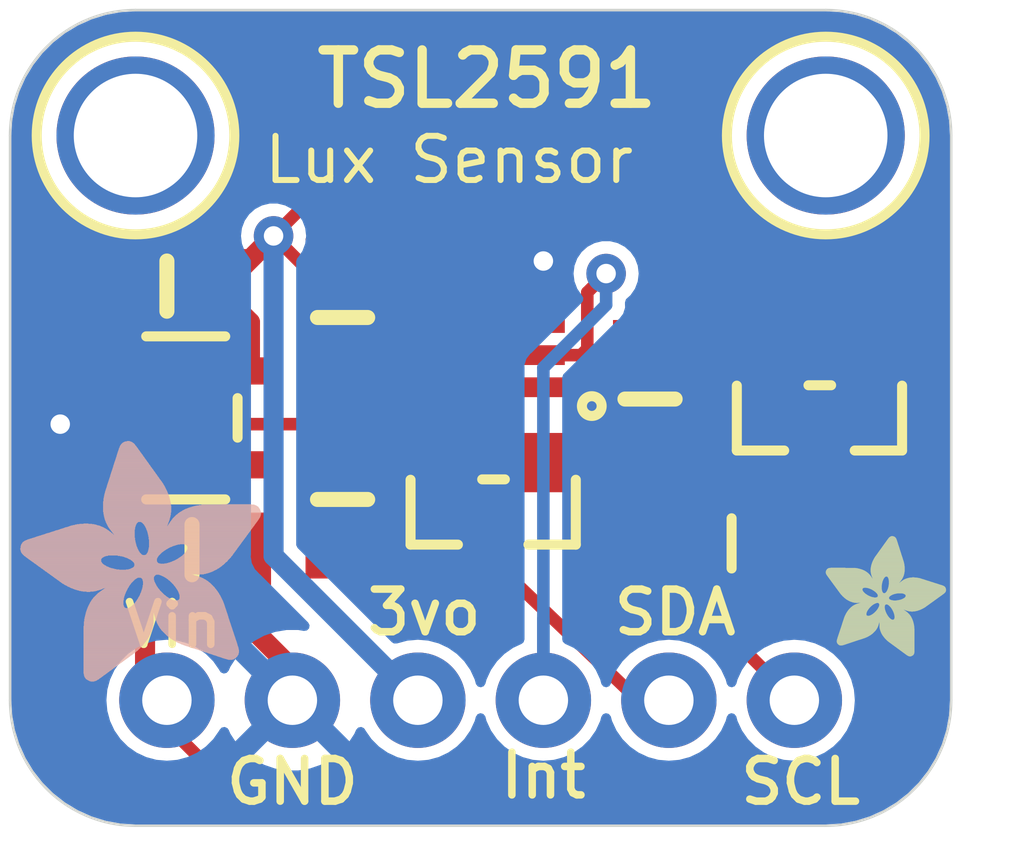
<source format=kicad_pcb>
(kicad_pcb (version 20221018) (generator pcbnew)
  (layers (0 "F.Cu" signal) (31 "B.Cu" signal) (34 "B.Paste" user) (35 "F.Paste" user) (36 "B.SilkS" user "B.Silkscreen") (37 "F.SilkS" user "F.Silkscreen") (38 "B.Mask" user) (39 "F.Mask" user) (44 "Edge.Cuts" user))
  (net 0 "")
  (net 1 "3.3V")
  (net 2 "GND")
  (net 3 "SCL_3V")
  (net 4 "VIN")
  (net 5 "SDA")
  (net 6 "SCL")
  (net 7 "SDA_3V")
  (net 8 "INT")
  (footprint "working:0805-NO" (layer "F.Cu") (at 142.6591 107.6706)
    (fp_text reference "C2" hide)
    (fp_text value "10uF" hide)
    (pad "1" smd rect (at -0.95 0) (size 1.3 1.5) (layers "F.Cu" "F.Paste" "F.Mask") (net 4 "VIN"))
    (pad "2" smd rect (at 0.95 0) (size 1.3 1.5) (layers "F.Cu" "F.Paste" "F.Mask") (net 2 "GND"))
  )
  (footprint "working:SOT23-WIDE" (layer "F.Cu") (at 148.7551 106.9086 180)
    (fp_text reference "Q1" hide)
    (fp_text value "BSS138" hide)
    (pad "1" smd rect (at -0.95 1 180) (size 1 1.2) (layers "F.Cu" "F.Paste" "F.Mask") (net 1 "3.3V"))
    (pad "2" smd rect (at 0.95 1 180) (size 1 1.2) (layers "F.Cu" "F.Paste" "F.Mask") (net 7 "SDA_3V"))
    (pad "3" smd rect (at 0 -1 180) (size 1 1.2) (layers "F.Cu" "F.Paste" "F.Mask") (net 5 "SDA"))
  )
  (footprint "working:SOT23-5" (layer "F.Cu") (at 142.5321 105.0036 -90)
    (fp_text reference "U2" hide)
    (fp_text value "MIC5225-3.3" hide)
    (pad "1" smd rect (at -0.95 1.3001 270) (size 0.55 1.2) (layers "F.Cu" "F.Paste" "F.Mask") (net 4 "VIN"))
    (pad "2" smd rect (at 0 1.3001 270) (size 0.55 1.2) (layers "F.Cu" "F.Paste" "F.Mask") (net 2 "GND"))
    (pad "3" smd rect (at 0.95 1.3001 270) (size 0.55 1.2) (layers "F.Cu" "F.Paste" "F.Mask") (net 4 "VIN"))
    (pad "4" smd rect (at 0.95 -1.3001 270) (size 0.55 1.2) (layers "F.Cu" "F.Paste" "F.Mask"))
    (pad "5" smd rect (at -0.95 -1.3001 270) (size 0.55 1.2) (layers "F.Cu" "F.Paste" "F.Mask") (net 1 "3.3V"))
  )
  (footprint "working:ADAFRUIT_2.5MM" (layer "F.Cu") (at 155.4861 109.8296)
    (fp_text reference "U$15" hide)
    (fp_text value "" hide)
  )
  (footprint "working:MOUNTINGHOLE_2.5_PLATED" (layer "F.Cu") (at 155.4861 99.2886)
    (fp_text reference "U$19" hide)
    (fp_text value "MOUNTINGHOLE2.5" hide)
    (pad "P$1" thru_hole circle (at 0 0) (size 3.2 3.2) (drill 2.5) (layers "*.Cu" "*.Mask"))
    (zone (net 0) (net_name "") (layer "B.Cu") (connect_pads (clearance 0)) (min_thickness 0.25)
      (keepout (tracks not_allowed) (vias not_allowed) (pads not_allowed) (copperpour not_allowed) (footprints allowed))
      (fill (thermal_gap 0.5) (thermal_bridge_width 0.5))
      (polygon (pts (xy 157.5021 99.2886) (xy 157.48248 99.008027) (xy 157.424004 98.732915) (xy 157.327808 98.468619) (xy 157.195765 98.220283) (xy 157.030446 97.99274) (xy 156.835067 97.79042) (xy 156.613433 97.61726) (xy 156.369856 97.476631) (xy 156.109078 97.37127) (xy 155.836175 97.303228) (xy 155.556457 97.273828) (xy 155.275371 97.283644) (xy 154.998385 97.332484) (xy 154.730893 97.419397) (xy 154.4781 97.542693) (xy 154.244926 97.69997) (xy 154.035911 97.888169) (xy 153.855122 98.103625) (xy 153.706078 98.342145) (xy 153.59168 98.599087) (xy 153.514154 98.86945) (xy 153.475011 99.147971) (xy 153.475011 99.429229) (xy 153.514154 99.70775) (xy 153.59168 99.978113) (xy 153.706078 100.235055) (xy 153.855122 100.473575) (xy 154.035911 100.689031) (xy 154.244926 100.87723) (xy 154.4781 101.034507) (xy 154.730893 101.157803) (xy 154.998385 101.244716) (xy 155.275371 101.293556) (xy 155.556457 101.303372) (xy 155.836175 101.273972) (xy 156.109078 101.20593) (xy 156.369856 101.100569) (xy 156.613433 100.95994) (xy 156.835067 100.78678) (xy 157.030446 100.58446) (xy 157.195765 100.356917) (xy 157.327808 100.108581) (xy 157.424004 99.844285) (xy 157.48248 99.569173)))
      (polygon (pts (xy 155.4701 99.2886) (xy 155.474786 99.299914) (xy 155.4861 99.3046) (xy 155.497414 99.299914) (xy 155.5021 99.2886) (xy 155.497414 99.277286) (xy 155.4861 99.2726) (xy 155.474786 99.277286)))
    )
  )
  (footprint "working:DFN6_TAOS" (layer "F.Cu") (at 148.7551 103.7336 180)
    (fp_text reference "U1" hide)
    (fp_text value "TSL2591" hide)
    (pad "1" smd rect (at -0.8 -0.65 180) (size 1.3 0.4) (layers "F.Cu" "F.Paste" "F.Mask") (net 3 "SCL_3V"))
    (pad "2" smd rect (at -0.8 0 180) (size 1.3 0.4) (layers "F.Cu" "F.Paste" "F.Mask") (net 8 "INT"))
    (pad "3" smd rect (at -0.8 0.65 180) (size 1.3 0.4) (layers "F.Cu" "F.Paste" "F.Mask") (net 2 "GND"))
    (pad "4" smd rect (at 0.8 0.65 180) (size 1.3 0.4) (layers "F.Cu" "F.Paste" "F.Mask"))
    (pad "5" smd rect (at 0.8 0 180) (size 1.3 0.4) (layers "F.Cu" "F.Paste" "F.Mask") (net 1 "3.3V"))
    (pad "6" smd rect (at 0.8 -0.65 180) (size 1.3 0.4) (layers "F.Cu" "F.Paste" "F.Mask") (net 7 "SDA_3V"))
  )
  (footprint "working:FIDUCIAL_1MM" (layer "F.Cu") (at 139.9921 110.0836)
    (fp_text reference "FID2" hide)
    (fp_text value "FIDUCIAL\"\"" hide)
    (pad "1" smd roundrect (at 0 0) (size 1 1) (layers "F.Cu" "F.Mask") (roundrect_rratio 0.5))
  )
  (footprint "working:SOT23-WIDE" (layer "F.Cu") (at 155.3591 105.0036 180)
    (fp_text reference "Q2" hide)
    (fp_text value "BSS138" hide)
    (pad "1" smd rect (at -0.95 1 180) (size 1 1.2) (layers "F.Cu" "F.Paste" "F.Mask") (net 1 "3.3V"))
    (pad "2" smd rect (at 0.95 1 180) (size 1 1.2) (layers "F.Cu" "F.Paste" "F.Mask") (net 3 "SCL_3V"))
    (pad "3" smd rect (at 0 -1 180) (size 1 1.2) (layers "F.Cu" "F.Paste" "F.Mask") (net 6 "SCL"))
  )
  (footprint "working:FIDUCIAL_1MM" (layer "F.Cu") (at 153.0731 101.8286)
    (fp_text reference "FID1" hide)
    (fp_text value "FIDUCIAL\"\"" hide)
    (pad "1" smd roundrect (at 0 0) (size 1 1) (layers "F.Cu" "F.Mask") (roundrect_rratio 0.5))
  )
  (footprint "working:0805-NO" (layer "F.Cu") (at 142.1511 102.3366 180)
    (fp_text reference "C3" hide)
    (fp_text value "10uF" hide)
    (pad "1" smd rect (at -0.95 0 180) (size 1.3 1.5) (layers "F.Cu" "F.Paste" "F.Mask") (net 1 "3.3V"))
    (pad "2" smd rect (at 0.95 0 180) (size 1.3 1.5) (layers "F.Cu" "F.Paste" "F.Mask") (net 2 "GND"))
  )
  (footprint "working:MOUNTINGHOLE_2.5_PLATED" (layer "F.Cu") (at 141.5161 99.2886)
    (fp_text reference "U$18" hide)
    (fp_text value "MOUNTINGHOLE2.5" hide)
    (pad "P$1" thru_hole circle (at 0 0) (size 3.2 3.2) (drill 2.5) (layers "*.Cu" "*.Mask"))
    (zone (net 0) (net_name "") (layer "B.Cu") (connect_pads (clearance 0)) (min_thickness 0.25)
      (keepout (tracks not_allowed) (vias not_allowed) (pads not_allowed) (copperpour not_allowed) (footprints allowed))
      (fill (thermal_gap 0.5) (thermal_bridge_width 0.5))
      (polygon (pts (xy 143.5321 99.2886) (xy 143.51248 99.008027) (xy 143.454004 98.732915) (xy 143.357808 98.468619) (xy 143.225765 98.220283) (xy 143.060446 97.99274) (xy 142.865067 97.79042) (xy 142.643433 97.61726) (xy 142.399856 97.476631) (xy 142.139078 97.37127) (xy 141.866175 97.303228) (xy 141.586457 97.273828) (xy 141.305371 97.283644) (xy 141.028385 97.332484) (xy 140.760893 97.419397) (xy 140.5081 97.542693) (xy 140.274926 97.69997) (xy 140.065911 97.888169) (xy 139.885122 98.103625) (xy 139.736078 98.342145) (xy 139.62168 98.599087) (xy 139.544154 98.86945) (xy 139.505011 99.147971) (xy 139.505011 99.429229) (xy 139.544154 99.70775) (xy 139.62168 99.978113) (xy 139.736078 100.235055) (xy 139.885122 100.473575) (xy 140.065911 100.689031) (xy 140.274926 100.87723) (xy 140.5081 101.034507) (xy 140.760893 101.157803) (xy 141.028385 101.244716) (xy 141.305371 101.293556) (xy 141.586457 101.303372) (xy 141.866175 101.273972) (xy 142.139078 101.20593) (xy 142.399856 101.100569) (xy 142.643433 100.95994) (xy 142.865067 100.78678) (xy 143.060446 100.58446) (xy 143.225765 100.356917) (xy 143.357808 100.108581) (xy 143.454004 99.844285) (xy 143.51248 99.569173)))
      (polygon (pts (xy 141.5001 99.2886) (xy 141.504786 99.299914) (xy 141.5161 99.3046) (xy 141.527414 99.299914) (xy 141.5321 99.2886) (xy 141.527414 99.277286) (xy 141.5161 99.2726) (xy 141.504786 99.277286)))
    )
  )
  (footprint "working:0805-NO" (layer "F.Cu") (at 145.7071 106.6546 90)
    (fp_text reference "R4" hide)
    (fp_text value "10K" hide)
    (pad "1" smd rect (at -0.95 0 90) (size 1.3 1.5) (layers "F.Cu" "F.Paste" "F.Mask") (net 5 "SDA"))
    (pad "2" smd rect (at 0.95 0 90) (size 1.3 1.5) (layers "F.Cu" "F.Paste" "F.Mask") (net 4 "VIN"))
  )
  (footprint "working:0805-NO" (layer "F.Cu") (at 145.7071 102.9716 90)
    (fp_text reference "R2" hide)
    (fp_text value "10K" hide)
    (pad "1" smd rect (at -0.95 0 90) (size 1.3 1.5) (layers "F.Cu" "F.Paste" "F.Mask") (net 7 "SDA_3V"))
    (pad "2" smd rect (at 0.95 0 90) (size 1.3 1.5) (layers "F.Cu" "F.Paste" "F.Mask") (net 1 "3.3V"))
  )
  (footprint "working:1X06_ROUND_FULL_76" (layer "F.Cu") (at 148.5011 110.7186)
    (fp_text reference "JP1" hide)
    (fp_text value "" hide)
    (pad "1" thru_hole circle (at -6.35 0 90) (size 1.9304 1.9304) (drill 1) (layers "*.Cu" "*.Mask") (net 4 "VIN"))
    (pad "2" thru_hole circle (at -3.81 0 90) (size 1.9304 1.9304) (drill 1) (layers "*.Cu" "*.Mask") (net 2 "GND"))
    (pad "3" thru_hole circle (at -1.27 0 90) (size 1.9304 1.9304) (drill 1) (layers "*.Cu" "*.Mask") (net 1 "3.3V"))
    (pad "4" thru_hole circle (at 1.27 0 90) (size 1.9304 1.9304) (drill 1) (layers "*.Cu" "*.Mask") (net 8 "INT"))
    (pad "5" thru_hole circle (at 3.81 0 90) (size 1.9304 1.9304) (drill 1) (layers "*.Cu" "*.Mask") (net 5 "SDA"))
    (pad "6" thru_hole circle (at 6.35 0 90) (size 1.9304 1.9304) (drill 1) (layers "*.Cu" "*.Mask") (net 6 "SCL"))
  )
  (footprint "working:0805-NO" (layer "F.Cu") (at 151.9301 104.6226 -90)
    (fp_text reference "R3" hide)
    (fp_text value "10K" hide)
    (pad "1" smd rect (at -0.95 0 270) (size 1.3 1.5) (layers "F.Cu" "F.Paste" "F.Mask") (net 3 "SCL_3V"))
    (pad "2" smd rect (at 0.95 0 270) (size 1.3 1.5) (layers "F.Cu" "F.Paste" "F.Mask") (net 1 "3.3V"))
  )
  (footprint "working:_0805MP" (layer "F.Cu") (at 153.5811 107.5436)
    (fp_text reference "R5" hide)
    (fp_text value "10K" hide)
    (pad "1" smd rect (at -1.016 0) (size 1.2 1.3) (layers "F.Cu" "F.Paste" "F.Mask") (net 6 "SCL"))
    (pad "2" smd rect (at 1.016 0) (size 1.2 1.3) (layers "F.Cu" "F.Paste" "F.Mask") (net 4 "VIN"))
  )
  (footprint "working:ADAFRUIT_5MM" (layer "B.Cu") (at 144.0561 110.3376 180)
    (fp_text reference "U$20" hide)
    (fp_text value "" hide)
  )
  (gr_line (start 138.9761 110.7186) (end 138.9761 99.2886) (stroke (width 0.05)) (layer "Edge.Cuts"))
  (gr_line (start 155.4861 113.2586) (end 141.5161 113.2586) (stroke (width 0.05)) (layer "Edge.Cuts"))
  (gr_arc (start 141.5161 113.2586) (mid 139.720049 112.514651) (end 138.9761 110.7186) (stroke (width 0.05)) (layer "Edge.Cuts"))
  (gr_arc (start 138.9761 99.2886) (mid 139.720049 97.492549) (end 141.5161 96.7486) (stroke (width 0.05)) (layer "Edge.Cuts"))
  (gr_line (start 158.0261 99.2886) (end 158.0261 110.7186) (stroke (width 0.05)) (layer "Edge.Cuts"))
  (gr_arc (start 155.4861 96.7486) (mid 157.282151 97.492549) (end 158.0261 99.2886) (stroke (width 0.05)) (layer "Edge.Cuts"))
  (gr_arc (start 158.0261 110.7186) (mid 157.282151 112.514651) (end 155.4861 113.2586) (stroke (width 0.05)) (layer "Edge.Cuts"))
  (gr_line (start 141.5161 96.7486) (end 155.4861 96.7486) (stroke (width 0.05)) (layer "Edge.Cuts"))
  (gr_text "GND" (at 144.6911 112.3696) (layer "F.SilkS") (effects (font (size 0.8636 0.8636) (thickness 0.1524))))
  (gr_text "3vo" (at 147.3581 108.9406) (layer "F.SilkS") (effects (font (size 0.8636 0.8636) (thickness 0.1524))))
  (gr_text "Lux Sensor" (at 144.0561 100.3046) (layer "F.SilkS") (effects (font (size 0.89408 0.89408) (thickness 0.12192)) (justify left bottom)))
  (gr_text "SCL" (at 154.9781 112.3696) (layer "F.SilkS") (effects (font (size 0.8636 0.8636) (thickness 0.1524))))
  (gr_text "TSL2591" (at 148.6281 98.1456) (layer "F.SilkS") (effects (font (size 1.0795 1.0795) (thickness 0.1905))))
  (gr_text "Vin" (at 142.2781 109.1946) (layer "F.SilkS") (effects (font (size 0.8636 0.8636) (thickness 0.1524))))
  (gr_text "Int" (at 149.7711 112.2426) (layer "F.SilkS") (effects (font (size 0.8636 0.8636) (thickness 0.1524))))
  (gr_text "SDA" (at 152.4381 108.9406) (layer "F.SilkS") (effects (font (size 0.8636 0.8636) (thickness 0.1524))))
  (segment (start 149.7051 105.9086) (end 149.7821 105.7046) (width 0.254) (layer "F.Cu") (net 1))
  (segment (start 156.3091 104.5616) (end 156.3091 104.0036) (width 0.254) (layer "F.Cu") (net 1))
  (segment (start 143.1011 102.3366) (end 143.8322 103.0677) (width 0.4064) (layer "F.Cu") (net 1))
  (segment (start 151.9751 105.7816) (end 149.7051 105.9086) (width 0.254) (layer "F.Cu") (net 1))
  (segment (start 145.7731 102.0216) (end 145.7071 102.0216) (width 0.254) (layer "F.Cu") (net 1))
  (segment (start 147.9551 103.7336) (end 146.8501 103.7336) (width 0.254) (layer "F.Cu") (net 1))
  (segment (start 155.8671 105.0036) (end 156.3091 104.5616) (width 0.254) (layer "F.Cu") (net 1))
  (segment (start 153.5811 100.6856) (end 156.3091 103.4136) (width 0.254) (layer "F.Cu") (net 1))
  (segment (start 143.8322 103.0677) (end 143.8322 104.0536) (width 0.4064) (layer "F.Cu") (net 1))
  (segment (start 144.3101 101.3206) (end 145.0111 102.0216) (width 0.254) (layer "F.Cu") (net 1))
  (segment (start 152.4991 105.0036) (end 155.8671 105.0036) (width 0.254) (layer "F.Cu") (net 1))
  (segment (start 151.9301 105.5726) (end 151.9751 105.7816) (width 0.254) (layer "F.Cu") (net 1))
  (segment (start 146.8501 103.0986) (end 145.7731 102.0216) (width 0.254) (layer "F.Cu") (net 1))
  (segment (start 143.2941 102.3366) (end 144.3101 101.3206) (width 0.4064) (layer "F.Cu") (net 1))
  (segment (start 151.9301 105.5726) (end 152.4991 105.0036) (width 0.254) (layer "F.Cu") (net 1))
  (segment (start 146.8501 103.7336) (end 146.8501 103.0986) (width 0.254) (layer "F.Cu") (net 1))
  (segment (start 145.0111 102.0216) (end 145.7071 102.0216) (width 0.254) (layer "F.Cu") (net 1))
  (segment (start 143.1011 102.3366) (end 143.2941 102.3366) (width 0.4064) (layer "F.Cu") (net 1))
  (segment (start 144.3101 101.3206) (end 144.9451 100.6856) (width 0.254) (layer "F.Cu") (net 1))
  (segment (start 144.9451 100.6856) (end 153.5811 100.6856) (width 0.254) (layer "F.Cu") (net 1))
  (segment (start 156.3091 103.4136) (end 156.3091 104.0036) (width 0.254) (layer "F.Cu") (net 1))
  (via (at 144.3101 101.3206) (size 0.8001) (drill 0.3937) (layers "F.Cu" "B.Cu") (net 1))
  (segment (start 144.3101 107.7976) (end 147.2311 110.7186) (width 0.4064) (layer "B.Cu") (net 1))
  (segment (start 144.3101 101.3206) (end 144.3101 107.7976) (width 0.4064) (layer "B.Cu") (net 1))
  (segment (start 141.232 105.0036) (end 139.9921 105.1306) (width 0.4064) (layer "F.Cu") (net 2))
  (segment (start 144.6911 110.7186) (end 144.6911 110.0836) (width 0.4064) (layer "F.Cu") (net 2))
  (segment (start 149.7711 102.8676) (end 149.5551 103.0836) (width 0.254) (layer "F.Cu") (net 2))
  (segment (start 143.6751 107.9906) (end 143.6091 107.6706) (width 0.4064) (layer "F.Cu") (net 2))
  (segment (start 141.2011 102.3366) (end 139.9921 102.3366) (width 0.4064) (layer "F.Cu") (net 2))
  (segment (start 143.6751 109.0676) (end 143.6751 107.9906) (width 0.4064) (layer "F.Cu") (net 2))
  (segment (start 144.6911 110.0836) (end 143.6751 109.0676) (width 0.4064) (layer "F.Cu") (net 2))
  (segment (start 149.7711 101.8286) (end 149.7711 102.8676) (width 0.254) (layer "F.Cu") (net 2))
  (segment (start 139.9921 102.3366) (end 139.9921 105.1306) (width 0.4064) (layer "F.Cu") (net 2))
  (via (at 139.9921 105.1306) (size 0.8001) (drill 0.3937) (layers "F.Cu" "B.Cu") (net 2))
  (via (at 149.7711 101.8286) (size 0.8001) (drill 0.3937) (layers "F.Cu" "B.Cu") (net 2))
  (segment (start 139.9921 105.1306) (end 139.7381 104.8766) (width 0.4064) (layer "B.Cu") (net 2))
  (segment (start 149.7711 101.8286) (end 149.6441 101.8286) (width 0.254) (layer "B.Cu") (net 2))
  (segment (start 152.6311 103.2256) (end 154.0891 103.2256) (width 0.254) (layer "F.Cu") (net 3))
  (segment (start 151.2191 104.3836) (end 151.9301 103.6726) (width 0.254) (layer "F.Cu") (net 3))
  (segment (start 149.5551 104.3836) (end 151.2191 104.3836) (width 0.254) (layer "F.Cu") (net 3))
  (segment (start 151.9301 103.6726) (end 152.6311 103.2256) (width 0.254) (layer "F.Cu") (net 3))
  (segment (start 154.0891 103.2256) (end 154.4091 103.5456) (width 0.254) (layer "F.Cu") (net 3))
  (segment (start 154.4091 103.5456) (end 154.4091 104.0036) (width 0.254) (layer "F.Cu") (net 3))
  (segment (start 155.4861 112.3696) (end 143.2941 112.3696) (width 0.254) (layer "F.Cu") (net 4))
  (segment (start 145.7071 105.7046) (end 145.1331 105.1306) (width 0.254) (layer "F.Cu") (net 4))
  (segment (start 141.7091 107.6706) (end 141.7091 110.2766) (width 0.4064) (layer "F.Cu") (net 4))
  (segment (start 156.3751 111.4806) (end 155.4861 112.3696) (width 0.254) (layer "F.Cu") (net 4))
  (segment (start 143.2941 112.3696) (end 142.1511 111.2266) (width 0.254) (layer "F.Cu") (net 4))
  (segment (start 141.7091 110.2766) (end 142.1511 110.7186) (width 0.4064) (layer "F.Cu") (net 4))
  (segment (start 142.5321 105.1306) (end 142.5321 106.0196) (width 0.4064) (layer "F.Cu") (net 4))
  (segment (start 142.1511 111.2266) (end 142.1511 110.7186) (width 0.254) (layer "F.Cu") (net 4))
  (segment (start 145.1331 105.1306) (end 142.5321 105.1306) (width 0.254) (layer "F.Cu") (net 4))
  (segment (start 141.232 107.3205) (end 141.232 105.9536) (width 0.4064) (layer "F.Cu") (net 4))
  (segment (start 141.7091 107.6706) (end 141.232 107.3205) (width 0.4064) (layer "F.Cu") (net 4))
  (segment (start 141.232 106.0196) (end 141.232 105.9536) (width 0.4064) (layer "F.Cu") (net 4))
  (segment (start 142.5321 104.0536) (end 142.5321 105.1306) (width 0.4064) (layer "F.Cu") (net 4))
  (segment (start 156.3751 109.3216) (end 156.3751 111.4806) (width 0.254) (layer "F.Cu") (net 4))
  (segment (start 154.5971 107.5436) (end 156.3751 109.3216) (width 0.254) (layer "F.Cu") (net 4))
  (segment (start 142.5321 106.0196) (end 141.232 106.0196) (width 0.4064) (layer "F.Cu") (net 4))
  (segment (start 141.232 104.0536) (end 142.5321 104.0536) (width 0.4064) (layer "F.Cu") (net 4))
  (segment (start 151.6921 110.7186) (end 152.3111 110.7186) (width 0.254) (layer "F.Cu") (net 5))
  (segment (start 148.7551 107.9086) (end 151.6921 110.7186) (width 0.254) (layer "F.Cu") (net 5))
  (segment (start 146.0111 107.9086) (end 148.7551 107.9086) (width 0.254) (layer "F.Cu") (net 5))
  (segment (start 145.7071 107.6046) (end 146.0111 107.9086) (width 0.254) (layer "F.Cu") (net 5))
  (segment (start 155.3591 106.0036) (end 153.9781 106.0036) (width 0.254) (layer "F.Cu") (net 6))
  (segment (start 152.9461 107.0356) (end 152.9461 107.1626) (width 0.254) (layer "F.Cu") (net 6))
  (segment (start 152.9461 107.1626) (end 152.5651 107.5436) (width 0.254) (layer "F.Cu") (net 6))
  (segment (start 152.5651 107.5436) (end 152.5651 108.4326) (width 0.254) (layer "F.Cu") (net 6))
  (segment (start 153.9781 106.0036) (end 152.9461 107.0356) (width 0.254) (layer "F.Cu") (net 6))
  (segment (start 152.5651 108.4326) (end 154.8511 110.7186) (width 0.254) (layer "F.Cu") (net 6))
  (segment (start 145.7071 103.9216) (end 145.8801 103.7486) (width 0.254) (layer "F.Cu") (net 7))
  (segment (start 145.8801 103.7486) (end 146.5961 104.3686) (width 0.254) (layer "F.Cu") (net 7))
  (segment (start 146.5961 104.3686) (end 147.9401 104.3686) (width 0.254) (layer "F.Cu") (net 7))
  (segment (start 147.8051 104.4876) (end 147.8051 105.9086) (width 0.254) (layer "F.Cu") (net 7))
  (segment (start 147.9551 104.3836) (end 147.8051 104.4876) (width 0.254) (layer "F.Cu") (net 7))
  (segment (start 147.9401 104.3686) (end 147.9551 104.3836) (width 0.254) (layer "F.Cu") (net 7))
  (segment (start 150.6601 103.6066) (end 150.6601 102.4636) (width 0.254) (layer "F.Cu") (net 8))
  (segment (start 150.5331 103.7336) (end 150.6601 103.6066) (width 0.254) (layer "F.Cu") (net 8))
  (segment (start 149.5551 103.7336) (end 150.5331 103.7336) (width 0.254) (layer "F.Cu") (net 8))
  (segment (start 151.0411 102.4636) (end 151.0411 102.0826) (width 0.254) (layer "F.Cu") (net 8))
  (segment (start 150.6601 102.4636) (end 151.0411 102.0826) (width 0.254) (layer "F.Cu") (net 8))
  (via (at 151.0411 102.0826) (size 0.8001) (drill 0.3937) (layers "F.Cu" "B.Cu") (net 8))
  (segment (start 151.0411 102.0826) (end 151.0411 102.7176) (width 0.254) (layer "B.Cu") (net 8))
  (segment (start 149.7711 103.9876) (end 149.7711 110.7186) (width 0.254) (layer "B.Cu") (net 8))
  (segment (start 149.7711 109.0676) (end 149.7711 110.7186) (width 0.254) (layer "B.Cu") (net 8))
  (segment (start 151.0411 102.7176) (end 149.7711 103.9876) (width 0.254) (layer "B.Cu") (net 8))
  (zone (net 2) (net_name "GND") (layer "B.Cu") (priority 6) (connect_pads (clearance 0.254)) (min_thickness 0.2032) (fill yes (thermal_gap 0.4564) (thermal_bridge_width 0.4564))
    (polygon (pts (xy 159.4993 113.5888) (xy 138.7729 113.5888) (xy 138.7729 96.5454) (xy 159.4993 96.5454)))
  )
)
</source>
